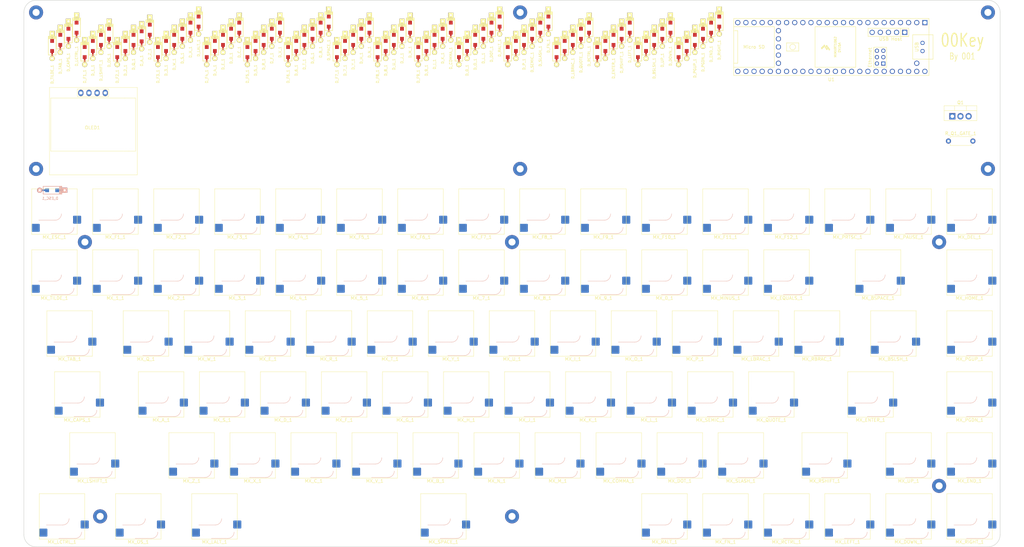
<source format=kicad_pcb>
(kicad_pcb (version 20221018) (generator pcbnew)
  (title_block (title "00Key") (date "2020-09-28") (rev "v001"))
  (layers (0 "F.Cu" signal) (31 "B.Cu" signal) (34 "B.Paste" user) (35 "F.Paste" user) (36 "B.SilkS" user "B.Silkscreen") (37 "F.SilkS" user "F.Silkscreen") (38 "B.Mask" user) (39 "F.Mask" user) (44 "Edge.Cuts" user))
  (net 0 "")
  (net 1 "row1")
  (net 2 "row3")
  (net 3 "row4")
  (net 4 "row2")
  (net 5 "row0")
  (net 6 "row5")
  (net 7 "LEDGND")
  (net 8 "col10")
  (net 9 "col1")
  (net 10 "col2")
  (net 11 "col3")
  (net 12 "col4")
  (net 13 "col5")
  (net 14 "col6")
  (net 15 "col7")
  (net 16 "col8")
  (net 17 "col9")
  (net 18 "col14")
  (net 19 "col0")
  (net 20 "col15")
  (net 21 "col13")
  (net 22 "col12")
  (net 23 "col11")
  (net 24 "3.3V")
  (net 25 "GND")
  (net 26 "OLEDSCL")
  (net 27 "OLEDSDA")
  (net 28 "LEDPWM")
  (net 29 "5V")
  (net 30 "Net-(D_0_1-A)")
  (net 31 "Net-(D_1_1-A)")
  (net 32 "Net-(D_2_1-A)")
  (net 33 "Net-(D_3_1-A)")
  (net 34 "Net-(D_4_1-A)")
  (net 35 "Net-(D_5_1-A)")
  (net 36 "Net-(D_6_1-A)")
  (net 37 "Net-(D_7_1-A)")
  (net 38 "Net-(D_8_1-A)")
  (net 39 "Net-(D_9_1-A)")
  (net 40 "Net-(D_A_1-A)")
  (net 41 "Net-(D_BSLSH_1-A)")
  (net 42 "Net-(D_BSPACE_1-A)")
  (net 43 "Net-(D_B_1-A)")
  (net 44 "Net-(D_CAPS_1-A)")
  (net 45 "Net-(D_COMMA_1-A)")
  (net 46 "Net-(D_C_1-A)")
  (net 47 "Net-(D_DEL_1-A)")
  (net 48 "Net-(D_DOT_1-A)")
  (net 49 "Net-(D_DOWN_1-A)")
  (net 50 "Net-(D_D_1-A)")
  (net 51 "Net-(D_END_1-A)")
  (net 52 "Net-(D_ENTER_1-A)")
  (net 53 "Net-(D_EQUALS_1-A)")
  (net 54 "Net-(D_ESC_1-A)")
  (net 55 "Net-(D_E_1-A)")
  (net 56 "Net-(D_F1_1-A)")
  (net 57 "Net-(D_F2_1-A)")
  (net 58 "Net-(D_F3_1-A)")
  (net 59 "Net-(D_F4_1-A)")
  (net 60 "Net-(D_F5_1-A)")
  (net 61 "Net-(D_F6_1-A)")
  (net 62 "Net-(D_F7_1-A)")
  (net 63 "Net-(D_F8_1-A)")
  (net 64 "Net-(D_F9_1-A)")
  (net 65 "Net-(D_F10_1-A)")
  (net 66 "Net-(D_F11_1-A)")
  (net 67 "Net-(D_F12_1-A)")
  (net 68 "Net-(D_FN_1-A)")
  (net 69 "Net-(D_F_1-A)")
  (net 70 "Net-(D_G_1-A)")
  (net 71 "Net-(D_HOME_1-A)")
  (net 72 "Net-(D_H_1-A)")
  (net 73 "Net-(D_I_1-A)")
  (net 74 "Net-(D_J_1-A)")
  (net 75 "Net-(D_K_1-A)")
  (net 76 "Net-(D_LALT_1-A)")
  (net 77 "Net-(D_LBRAC_1-A)")
  (net 78 "Net-(D_LCTRL_1-A)")
  (net 79 "Net-(D_LEFT_1-A)")
  (net 80 "Net-(D_LSHIFT_1-A)")
  (net 81 "Net-(D_L_1-A)")
  (net 82 "Net-(D_MINUS_1-A)")
  (net 83 "Net-(D_M_1-A)")
  (net 84 "Net-(D_N_1-A)")
  (net 85 "Net-(D_OS_1-A)")
  (net 86 "Net-(D_O_1-A)")
  (net 87 "Net-(D_PAUSE_1-A)")
  (net 88 "Net-(D_PGDN_1-A)")
  (net 89 "Net-(D_PGUP_1-A)")
  (net 90 "Net-(D_PRTSC_1-A)")
  (net 91 "Net-(D_P_1-A)")
  (net 92 "Net-(D_QUOTE_1-A)")
  (net 93 "Net-(D_Q_1-A)")
  (net 94 "Net-(D_RALT_1-A)")
  (net 95 "Net-(D_RBRAC_1-A)")
  (net 96 "Net-(D_RCTRL_1-A)")
  (net 97 "Net-(D_RIGHT_1-A)")
  (net 98 "Net-(D_RSHIFT_1-A)")
  (net 99 "Net-(D_R_1-A)")
  (net 100 "Net-(D_SEMIC_1-A)")
  (net 101 "Net-(D_SLASH_1-A)")
  (net 102 "Net-(D_SPACE_1-A)")
  (net 103 "Net-(D_S_1-A)")
  (net 104 "Net-(D_TAB_1-A)")
  (net 105 "Net-(D_TILDE_1-A)")
  (net 106 "Net-(D_T_1-A)")
  (net 107 "Net-(D_UP_1-A)")
  (net 108 "Net-(D_U_1-A)")
  (net 109 "Net-(D_V_1-A)")
  (net 110 "Net-(D_W_1-A)")
  (net 111 "Net-(D_X_1-A)")
  (net 112 "Net-(D_Y_1-A)")
  (net 113 "Net-(D_Z_1-A)")
  (footprint "MX:SW_Hotswap_Kailh_MX_1.00u" (layer "F.Cu") (at 306.388 125.412 180)
    (fp_text reference "MX_BSPACE_1")
    (fp_text value "SW_Hotswap_Kailh_MX")
  )
  (footprint "MX:SW_Hotswap_Kailh_MX_1.00u" (layer "F.Cu") (at 334.962 125.412 180)
    (fp_text reference "MX_HOME_1")
    (fp_text value "SW_Hotswap_Kailh_MX")
  )
  (footprint "MX:SW_Hotswap_Kailh_MX_1.00u" (layer "F.Cu") (at 53.975 144.462 180)
    (fp_text reference "MX_TAB_1")
    (fp_text value "SW_Hotswap_Kailh_MX")
  )
  (footprint "MX:SW_Hotswap_Kailh_MX_1.00u" (layer "F.Cu") (at 304.006 163.512 180)
    (fp_text reference "MX_ENTER_1")
    (fp_text value "SW_Hotswap_Kailh_MX")
  )
  (footprint "MX:SW_Hotswap_Kailh_MX_1.00u" (layer "F.Cu") (at 56.3562 163.512 180)
    (fp_text reference "MX_CAPS_1")
    (fp_text value "SW_Hotswap_Kailh_MX")
  )
  (footprint "MX:SW_Hotswap_Kailh_MX_1.00u" (layer "F.Cu") (at 289.719 182.562 180)
    (fp_text reference "MX_RSHIFT_1")
    (fp_text value "SW_Hotswap_Kailh_MX")
  )
  (footprint "MX:SW_Hotswap_Kailh_MX_1.00u" (layer "F.Cu") (at 334.962 201.612 180)
    (fp_text reference "MX_RIGHT_1")
    (fp_text value "SW_Hotswap_Kailh_MX")
  )
  (footprint "MX:SW_Hotswap_Kailh_MX_1.00u" (layer "F.Cu") (at 239.712 125.412 180)
    (fp_text reference "MX_0_1")
    (fp_text value "SW_Hotswap_Kailh_MX")
  )
  (footprint "MX:SW_Hotswap_Kailh_MX_1.00u" (layer "F.Cu") (at 68.2625 125.412 180)
    (fp_text reference "MX_1_1")
    (fp_text value "SW_Hotswap_Kailh_MX")
  )
  (footprint "MX:SW_Hotswap_Kailh_MX_1.00u" (layer "F.Cu") (at 87.3125 125.412 180)
    (fp_text reference "MX_2_1")
    (fp_text value "SW_Hotswap_Kailh_MX")
  )
  (footprint "MX:SW_Hotswap_Kailh_MX_1.00u" (layer "F.Cu") (at 106.362 125.412 180)
    (fp_text reference "MX_3_1")
    (fp_text value "SW_Hotswap_Kailh_MX")
  )
  (footprint "MX:SW_Hotswap_Kailh_MX_1.00u" (layer "F.Cu") (at 125.412 125.412 180)
    (fp_text reference "MX_4_1")
    (fp_text value "SW_Hotswap_Kailh_MX")
  )
  (footprint "MX:SW_Hotswap_Kailh_MX_1.00u" (layer "F.Cu") (at 144.462 125.412 180)
    (fp_text reference "MX_5_1")
    (fp_text value "SW_Hotswap_Kailh_MX")
  )
  (footprint "MX:SW_Hotswap_Kailh_MX_1.00u" (layer "F.Cu") (at 163.512 125.412 180)
    (fp_text reference "MX_6_1")
    (fp_text value "SW_Hotswap_Kailh_MX")
  )
  (footprint "MX:SW_Hotswap_Kailh_MX_1.00u" (layer "F.Cu") (at 182.562 125.412 180)
    (fp_text reference "MX_7_1")
    (fp_text value "SW_Hotswap_Kailh_MX")
  )
  (footprint "MX:SW_Hotswap_Kailh_MX_1.00u" (layer "F.Cu") (at 201.612 125.412 180)
    (fp_text reference "MX_8_1")
    (fp_text value "SW_Hotswap_Kailh_MX")
  )
  (footprint "MX:SW_Hotswap_Kailh_MX_1.00u" (layer "F.Cu") (at 220.662 125.412 180)
    (fp_text reference "MX_9_1")
    (fp_text value "SW_Hotswap_Kailh_MX")
  )
  (footprint "MX:SW_Hotswap_Kailh_MX_1.00u" (layer "F.Cu") (at 82.55 163.512 180)
    (fp_text reference "MX_A_1")
    (fp_text value "SW_Hotswap_Kailh_MX")
  )
  (footprint "MX:SW_Hotswap_Kailh_MX_1.00u" (layer "F.Cu") (at 168.275 182.562 180)
    (fp_text reference "MX_B_1")
    (fp_text value "SW_Hotswap_Kailh_MX")
  )
  (footprint "MX:SW_Hotswap_Kailh_MX_1.00u" (layer "F.Cu") (at 311.15 144.462 180)
    (fp_text reference "MX_BSLSH_1")
    (fp_text value "SW_Hotswap_Kailh_MX")
  )
  (footprint "MX:SW_Hotswap_Kailh_MX_1.00u" (layer "F.Cu") (at 130.175 182.562 180)
    (fp_text reference "MX_C_1")
    (fp_text value "SW_Hotswap_Kailh_MX")
  )
  (footprint "MX:SW_Hotswap_Kailh_MX_1.00u" (layer "F.Cu") (at 225.425 182.562 180)
    (fp_text reference "MX_COMMA_1")
    (fp_text value "SW_Hotswap_Kailh_MX")
  )
  (footprint "MX:SW_Hotswap_Kailh_MX_1.00u" (layer "F.Cu") (at 120.65 163.512 180)
    (fp_text reference "MX_D_1")
    (fp_text value "SW_Hotswap_Kailh_MX")
  )
  (footprint "MX:SW_Hotswap_Kailh_MX_1.00u" (layer "F.Cu") (at 334.962 106.362 180)
    (fp_text reference "MX_DEL_1")
    (fp_text value "SW_Hotswap_Kailh_MX")
  )
  (footprint "MX:SW_Hotswap_Kailh_MX_1.00u" (layer "F.Cu") (at 244.475 182.562 180)
    (fp_text reference "MX_DOT_1")
    (fp_text value "SW_Hotswap_Kailh_MX")
  )
  (footprint "MX:SW_Hotswap_Kailh_MX_1.00u" (layer "F.Cu") (at 315.912 201.612 180)
    (fp_text reference "MX_DOWN_1")
    (fp_text value "SW_Hotswap_Kailh_MX")
  )
  (footprint "MX:SW_Hotswap_Kailh_MX_1.00u" (layer "F.Cu") (at 115.888 144.462 180)
    (fp_text reference "MX_E_1")
    (fp_text value "SW_Hotswap_Kailh_MX")
  )
  (footprint "MX:SW_Hotswap_Kailh_MX_1.00u" (layer "F.Cu") (at 334.962 182.562 180)
    (fp_text reference "MX_END_1")
    (fp_text value "SW_Hotswap_Kailh_MX")
  )
  (footprint "MX:SW_Hotswap_Kailh_MX_1.00u" (layer "F.Cu") (at 277.812 125.412 180)
    (fp_text reference "MX_EQUALS_1")
    (fp_text value "SW_Hotswap_Kailh_MX")
  )
  (footprint "MX:SW_Hotswap_Kailh_MX_1.00u" (layer "F.Cu") (at 239.712 106.362 180)
    (fp_text reference "MX_F10_1")
    (fp_text value "SW_Hotswap_Kailh_MX")
  )
  (footprint "MX:SW_Hotswap_Kailh_MX_1.00u" (layer "F.Cu") (at 258.762 106.362 180)
    (fp_text reference "MX_F11_1")
    (fp_text value "SW_Hotswap_Kailh_MX")
  )
  (footprint "MX:SW_Hotswap_Kailh_MX_1.00u" (layer "F.Cu") (at 68.2625 106.362 180)
    (fp_text reference "MX_F1_1")
    (fp_text value "SW_Hotswap_Kailh_MX")
  )
  (footprint "MX:SW_Hotswap_Kailh_MX_1.00u" (layer "F.Cu") (at 87.3125 106.362 180)
    (fp_text reference "MX_F2_1")
    (fp_text value "SW_Hotswap_Kailh_MX")
  )
  (footprint "MX:SW_Hotswap_Kailh_MX_1.00u" (layer "F.Cu") (at 106.362 106.362 180)
    (fp_text reference "MX_F3_1")
    (fp_text value "SW_Hotswap_Kailh_MX")
  )
  (footprint "MX:SW_Hotswap_Kailh_MX_1.00u" (layer "F.Cu") (at 125.412 106.362 180)
    (fp_text reference "MX_F4_1")
    (fp_text value "SW_Hotswap_Kailh_MX")
  )
  (footprint "MX:SW_Hotswap_Kailh_MX_1.00u" (layer "F.Cu") (at 144.462 106.362 180)
    (fp_text reference "MX_F5_1")
    (fp_text value "SW_Hotswap_Kailh_MX")
  )
  (footprint "MX:SW_Hotswap_Kailh_MX_1.00u" (layer "F.Cu") (at 163.512 106.362 180)
    (fp_text reference "MX_F6_1")
    (fp_text value "SW_Hotswap_Kailh_MX")
  )
  (footprint "MX:SW_Hotswap_Kailh_MX_1.00u" (layer "F.Cu") (at 182.562 106.362 180)
    (fp_text reference "MX_F7_1")
    (fp_text value "SW_Hotswap_Kailh_MX")
  )
  (footprint "MX:SW_Hotswap_Kailh_MX_1.00u" (layer "F.Cu") (at 201.612 106.362 180)
    (fp_text reference "MX_F8_1")
    (fp_text value "SW_Hotswap_Kailh_MX")
  )
  (footprint "MX:SW_Hotswap_Kailh_MX_1.00u" (layer "F.Cu") (at 220.662 106.362 180)
    (fp_text reference "MX_F9_1")
    (fp_text value "SW_Hotswap_Kailh_MX")
  )
  (footprint "MX:SW_Hotswap_Kailh_MX_1.00u" (layer "F.Cu") (at 139.7 163.512 180)
    (fp_text reference "MX_F_1")
    (fp_text value "SW_Hotswap_Kailh_MX")
  )
  (footprint "MX:SW_Hotswap_Kailh_MX_1.00u" (layer "F.Cu") (at 258.762 201.612 180)
    (fp_text reference "MX_FN_1")
    (fp_text value "SW_Hotswap_Kailh_MX")
  )
  (footprint "MX:SW_Hotswap_Kailh_MX_1.00u" (layer "F.Cu") (at 158.75 163.512 180)
    (fp_text reference "MX_G_1")
    (fp_text value "SW_Hotswap_Kailh_MX")
  )
  (footprint "MX:SW_Hotswap_Kailh_MX_1.00u" (layer "F.Cu") (at 177.8 163.512 180)
    (fp_text reference "MX_H_1")
    (fp_text value "SW_Hotswap_Kailh_MX")
  )
  (footprint "MX:SW_Hotswap_Kailh_MX_1.00u" (layer "F.Cu") (at 211.138 144.462 180)
    (fp_text reference "MX_I_1")
    (fp_text value "SW_Hotswap_Kailh_MX")
  )
  (footprint "MX:SW_Hotswap_Kailh_MX_1.00u" (layer "F.Cu") (at 196.85 163.512 180)
    (fp_text reference "MX_J_1")
    (fp_text value "SW_Hotswap_Kailh_MX")
  )
  (footprint "MX:SW_Hotswap_Kailh_MX_1.00u" (layer "F.Cu") (at 215.9 163.512 180)
    (fp_text reference "MX_K_1")
    (fp_text value "SW_Hotswap_Kailh_MX")
  )
  (footprint "MX:SW_Hotswap_Kailh_MX_1.00u" (layer "F.Cu") (at 234.95 163.512 180)
    (fp_text reference "MX_L_1")
    (fp_text value "SW_Hotswap_Kailh_MX")
  )
  (footprint "MX:SW_Hotswap_Kailh_MX_1.00u" (layer "F.Cu") (at 99.2188 201.612 180)
    (fp_text reference "MX_LALT_1")
    (fp_text value "SW_Hotswap_Kailh_MX")
  )
  (footprint "MX:SW_Hotswap_Kailh_MX_1.00u" (layer "F.Cu") (at 268.288 144.462 180)
    (fp_text reference "MX_LBRAC_1")
    (fp_text value "SW_Hotswap_Kailh_MX")
  )
  (footprint "MX:SW_Hotswap_Kailh_MX_1.00u" (layer "F.Cu") (at 296.862 201.612 180)
    (fp_text reference "MX_LEFT_1")
    (fp_text value "SW_Hotswap_Kailh_MX")
  )
  (footprint "MX:SW_Hotswap_Kailh_MX_1.00u" (layer "F.Cu") (at 61.1188 182.562 180)
    (fp_text reference "MX_LSHIFT_1")
    (fp_text value "SW_Hotswap_Kailh_MX")
  )
  (footprint "MX:SW_Hotswap_Kailh_MX_1.00u" (layer "F.Cu") (at 206.375 182.562 180)
    (fp_text reference "MX_M_1")
    (fp_text value "SW_Hotswap_Kailh_MX")
  )
  (footprint "MX:SW_Hotswap_Kailh_MX_1.00u" (layer "F.Cu") (at 258.762 125.412 180)
    (fp_text reference "MX_MINUS_1")
    (fp_text value "SW_Hotswap_Kailh_MX")
  )
  (footprint "MX:SW_Hotswap_Kailh_MX_1.00u" (layer "F.Cu") (at 187.325 182.562 180)
    (fp_text reference "MX_N_1")
    (fp_text value "SW_Hotswap_Kailh_MX")
  )
  (footprint "MX:SW_Hotswap_Kailh_MX_1.00u" (layer "F.Cu") (at 230.188 144.462 180)
    (fp_text reference "MX_O_1")
    (fp_text value "SW_Hotswap_Kailh_MX")
  )
  (footprint "MX:SW_Hotswap_Kailh_MX_1.00u" (layer "F.Cu") (at 75.4062 201.612 180)
    (fp_text reference "MX_OS_1")
    (fp_text value "SW_Hotswap_Kailh_MX")
  )
  (footprint "MX:SW_Hotswap_Kailh_MX_1.00u" (layer "F.Cu") (at 249.238 144.462 180)
    (fp_text reference "MX_P_1")
    (fp_text value "SW_Hotswap_Kailh_MX")
  )
  (footprint "MX:SW_Hotswap_Kailh_MX_1.00u" (layer "F.Cu") (at 315.912 106.362 180)
    (fp_text reference "MX_PAUSE_1")
    (fp_text value "SW_Hotswap_Kailh_MX")
  )
  (footprint "MX:SW_Hotswap_Kailh_MX_1.00u" (layer "F.Cu") (at 334.962 163.512 180)
    (fp_text reference "MX_PGDN_1")
    (fp_text value "SW_Hotswap_Kailh_MX")
  )
  (footprint "MX:SW_Hotswap_Kailh_MX_1.00u" (layer "F.Cu") (at 334.962 144.462 180)
    (fp_text reference "MX_PGUP_1")
    (fp_text value "SW_Hotswap_Kailh_MX")
  )
  (footprint "MX:SW_Hotswap_Kailh_MX_1.00u" (layer "F.Cu") (at 296.862 106.362 180)
    (fp_text reference "MX_PRTSC_1")
    (fp_text value "SW_Hotswap_Kailh_MX")
  )
  (footprint "MX:SW_Hotswap_Kailh_MX_1.00u" (layer "F.Cu") (at 77.7875 144.462 180)
    (fp_text reference "MX_Q_1")
    (fp_text value "SW_Hotswap_Kailh_MX")
  )
  (footprint "MX:SW_Hotswap_Kailh_MX_1.00u" (layer "F.Cu") (at 273.05 163.512 180)
    (fp_text reference "MX_QUOTE_1")
    (fp_text value "SW_Hotswap_Kailh_MX")
  )
  (footprint "MX:SW_Hotswap_Kailh_MX_1.00u" (layer "F.Cu") (at 134.938 144.462 180)
    (fp_text reference "MX_R_1")
    (fp_text value "SW_Hotswap_Kailh_MX")
  )
  (footprint "MX:SW_Hotswap_Kailh_MX_1.00u" (layer "F.Cu") (at 239.712 201.612 180)
    (fp_text reference "MX_RALT_1")
    (fp_text value "SW_Hotswap_Kailh_MX")
  )
  (footprint "MX:SW_Hotswap_Kailh_MX_1.00u" (layer "F.Cu") (at 287.338 144.462 180)
    (fp_text reference "MX_RBRAC_1")
    (fp_text value "SW_Hotswap_Kailh_MX")
  )
  (footprint "MX:SW_Hotswap_Kailh_MX_1.00u" (layer "F.Cu") (at 277.812 201.612 180)
    (fp_text reference "MX_RCTRL_1")
    (fp_text value "SW_Hotswap_Kailh_MX")
  )
  (footprint "MX:SW_Hotswap_Kailh_MX_1.00u" (layer "F.Cu") (at 101.6 163.512 180)
    (fp_text reference "MX_S_1")
    (fp_text value "SW_Hotswap_Kailh_MX")
  )
  (footprint "MX:SW_Hotswap_Kailh_MX_1.00u" (layer "F.Cu") (at 254 163.512 180)
    (fp_text reference "MX_SEMIC_1")
    (fp_text value "SW_Hotswap_Kailh_MX")
  )
  (footprint "MX:SW_Hotswap_Kailh_MX_1.00u" (layer "F.Cu") (at 263.525 182.562 180)
    (fp_text reference "MX_SLASH_1")
    (fp_text value "SW_Hotswap_Kailh_MX")
  )
  (footprint "MX:SW_Hotswap_Kailh_MX_1.00u" (layer "F.Cu") (at 170.656 201.612 180)
    (fp_text reference "MX_SPACE_1")
    (fp_text value "SW_Hotswap_Kailh_MX")
  )
  (footprint "MX:SW_Hotswap_Kailh_MX_1.00u" (layer "F.Cu") (at 153.988 144.462 180)
    (fp_text reference "MX_T_1")
    (fp_text value "SW_Hotswap_Kailh_MX")
  )
  (footprint "MX:SW_Hotswap_Kailh_MX_1.00u" (layer "F.Cu") (at 49.2125 125.412 180)
    (fp_text reference "MX_TILDE_1")
    (fp_text value "SW_Hotswap_Kailh_MX")
  )
  (footprint "MX:SW_Hotswap_Kailh_MX_1.00u" (layer "F.Cu") (at 192.088 144.462 180)
    (fp_text reference "MX_U_1")
    (fp_text value "SW_Hotswap_Kailh_MX")
  )
  (footprint "MX:SW_Hotswap_Kailh_MX_1.00u" (layer "F.Cu") (at 315.912 182.562 180)
    (fp_text reference "MX_UP_1")
    (fp_text value "SW_Hotswap_Kailh_MX")
  )
  (footprint "MX:SW_Hotswap_Kailh_MX_1.00u" (layer "F.Cu") (at 149.225 182.562 180)
    (fp_text reference "MX_V_1")
    (fp_text value "SW_Hotswap_Kailh_MX")
  )
  (footprint "MX:SW_Hotswap_Kailh_MX_1.00u" (layer "F.Cu") (at 96.8375 144.462 180)
    (fp_text reference "MX_W_1")
    (fp_text value "SW_Hotswap_Kailh_MX")
  )
  (footprint "MX:SW_Hotswap_Kailh_MX_1.00u" (layer "F.Cu") (at 111.125 182.562 180)
    (fp_text reference "MX_X_1")
    (fp_text value "SW_Hotswap_Kailh_MX")
  )
  (footprint "MX:SW_Hotswap_Kailh_MX_1.00u" (layer "F.Cu") (at 173.038 144.462 180)
    (fp_text reference "MX_Y_1")
    (fp_text value "SW_Hotswap_Kailh_MX")
  )
  (footprint "MX:SW_Hotswap_Kailh_MX_1.00u" (layer "F.Cu") (at 92.075 182.562 180)
    (fp_text reference "MX_Z_1")
    (fp_text value "SW_Hotswap_Kailh_MX")
  )
  (footprint "MX:SW_Hotswap_Kailh_MX_1.00u" (layer "F.Cu") (at 49.2125 106.362 180)
    (fp_text reference "MX_ESC_1")
    (fp_text value "SW_Hotswap_Kailh_MX")
  )
  (footprint "MX:SW_Hotswap_Kailh_MX_1.00u" (layer "F.Cu") (at 277.812 106.362 180)
    (fp_text reference "MX_F12_1")
    (fp_text value "SW_Hotswap_Kailh_MX")
  )
  (footprint "MountingHole:MountingHole_2.2mm_M2_Pad" (layer "F.Cu") (at 43.4975 93.0275)
    (fp_text reference "H_PLATE_BL" hide)
    (fp_text value "MountingHole_2.2mm_M2_Pad")
  )
  (footprint "MountingHole:MountingHole_2.2mm_M2_Pad" (layer "F.Cu") (at 340.678 93.0275)
    (fp_text reference "H_PLATE_BR" hide)
    (fp_text value "MountingHole_2.2mm_M2_Pad")
  )
  (footprint "MountingHole:MountingHole_2.2mm_M2_Pad" (layer "F.Cu") (at 340.678 44.1325)
    (fp_text reference "H_PLATE_TR" hide)
    (fp_text value "MountingHole_2.2mm_M2_Pad")
  )
  (footprint "parts:D_SOD123_axial" (layer "F.Cu") (at 106.934 48.895 -90)
    (fp_text reference "D_C_1")
    (fp_text value "D" hide)
  )
  (footprint "parts:D_SOD123_axial" (layer "F.Cu") (at 244.094 56.515 -90)
    (fp_text reference "D_DEL_1" hide)
    (fp_text value "D" hide)
  )
  (footprint "parts:D_SOD123_axial" (layer "F.Cu") (at 175.514 56.515 -90)
    (fp_text reference "D_F10_1" hide)
    (fp_text value "D" hide)
  )
  (footprint "parts:D_SOD123_axial" (layer "F.Cu") (at 205.994 56.515 -90)
    (fp_text reference "D_F12_1" hide)
    (fp_text value "D" hide)
  )
  (footprint "parts:D_SOD123_axial" (layer "F.Cu") (at 61.214 54.61 -90)
    (fp_text reference "D_1_1")
    (fp_text value "D" hide)
  )
  (footprint "parts:D_SOD123_axial" (layer "F.Cu") (at 84.074 54.61 -90)
    (fp_text reference "D_3_1")
    (fp_text value "D" hide)
  )
  (footprint "parts:D_SOD123_axial" (layer "F.Cu") (at 233.934 54.61 -90)
    (fp_text reference "D_BSPACE_1" hide)
    (fp_text value "D" hide)
  )
  (footprint "parts:D_SOD123_axial" (layer "F.Cu") (at 99.314 54.61 -90)
    (fp_text reference "D_4_1")
    (fp_text value "D" hide)
  )
  (footprint "parts:D_SOD123_axial" (layer "F.Cu") (at 112.014 54.61 -90)
    (fp_text reference "D_5_1")
    (fp_text value "D" hide)
  )
  (footprint "parts:D_SOD123_axial" (layer "F.Cu") (at 132.334 48.895 -90)
    (fp_text reference "D_B_1")
    (fp_text value "D" hide)
  )
  (footprint "parts:D_SOD123_axial" (layer "F.Cu") (at 58.674 56.515 -90)
    (fp_text reference "D_F1_1")
    (fp_text value "D" hide)
  )
  (footprint "parts:D_SOD123_axial" (layer "F.Cu") (at 68.834 56.515 -90)
    (fp_text reference "D_F2_1")
    (fp_text value "D" hide)
  )
  (footprint "parts:D_SOD123_axial" (layer "F.Cu") (at 208.534 54.61 -90)
    (fp_text reference "D_EQUALS_1" hide)
    (fp_text value "D" hide)
  )
  (footprint "parts:D_SOD123_axial" (layer "F.Cu") (at 165.354 54.61 -90)
    (fp_text reference "D_9_1")
    (fp_text value "D" hide)
  )
  (footprint "parts:D_SOD123_axial" (layer "F.Cu") (at 124.714 54.61 -90)
    (fp_text reference "D_6_1")
    (fp_text value "D" hide)
  )
  (footprint "parts:D_SOD123_axial" (layer "F.Cu") (at 236.474 52.705 -90)
    (fp_text reference "D_BSLSH_1")
    (fp_text value "D" hide)
  )
  (footprint "parts:D_SOD123_axial" (layer "F.Cu") (at 104.394 50.8 -90)
    (fp_text reference "D_D_1")
    (fp_text value "D" hide)
  )
  (footprint "parts:D_SOD123_axial" (layer "F.Cu") (at 172.974 48.895 -90)
    (fp_text reference "D_COMMA_1")
    (fp_text value "D" hide)
  )
  (footprint "parts:D_SOD123_axial" (layer "F.Cu") (at 185.674 48.895 -90)
    (fp_text reference "D_DOT_1")
    (fp_text value "D" hide)
  )
  (footprint "parts:D_SOD123_axial" (layer "F.Cu") (at 241.554 48.895 -90)
    (fp_text reference "D_DOWN_1")
    (fp_text value "D" hide)
  )
  (footprint "parts:D_SOD123_axial" (layer "F.Cu") (at 223.774 52.705 -90)
    (fp_text reference "D_ENTER_1")
    (fp_text value "D" hide)
  )
  (footprint "parts:D_SOD123_axial" (layer "F.Cu") (at 101.854 52.705 -90)
    (fp_text reference "D_E_1")
    (fp_text value "D" hide)
  )
  (footprint "parts:D_SOD123_axial" (layer "F.Cu") (at 178.054 54.61 -90)
    (fp_text reference "D_0_1")
    (fp_text value "D" hide)
  )
  (footprint "parts:D_SOD123_axial" (layer "F.Cu") (at 71.374 54.61 -90)
    (fp_text reference "D_2_1")
    (fp_text value "D" hide)
  )
  (footprint "parts:D_SOD123_axial" (layer "F.Cu") (at 152.654 54.61 -90)
    (fp_text reference "D_8_1")
    (fp_text value "D" hide)
  )
  (footprint "parts:D_SOD123_axial" (layer "F.Cu") (at 76.454 51.595 -90)
    (fp_text reference "D_A_1")
    (fp_text value "D" hide)
  )
  (footprint "parts:D_SOD123_axial" (layer "F.Cu") (at 254.254 48.895 -90)
    (fp_text reference "D_END_1")
    (fp_text value "D" hide)
  )
  (footprint "parts:D_SOD123_axial" (layer "F.Cu") (at 139.954 54.61 -90)
    (fp_text reference "D_7_1")
    (fp_text value "D" hide)
  )
  (footprint "parts:D_SOD123_axial" (layer "F.Cu") (at 53.594 50.8 -90)
    (fp_text reference "D_CAPS_1")
    (fp_text value "D" hide)
  )
  (footprint "parts:D_SOD123_axial" (layer "F.Cu") (at 190.754 56.515 -90)
    (fp_text reference "D_F11_1" hide)
    (fp_text value "D" hide)
  )
  (footprint "parts:D_SOD123_axial" (layer "F.Cu") (at 137.414 56.515 -90)
    (fp_text reference "D_F7_1")
    (fp_text value "D" hide)
  )
  (footprint "parts:D_SOD123_axial" (layer "F.Cu") (at 193.294 54.61 -90)
    (fp_text reference "D_MINUS_1" hide)
    (fp_text value "D" hide)
  )
  (footprint "parts:D_SOD123_axial" (layer "F.Cu") (at 180.594 52.705 -90)
    (fp_text reference "D_O_1")
    (fp_text value "D" hide)
  )
  (footprint "parts:D_SOD123_axial" (layer "F.Cu") (at 216.154 48.895 -90)
    (fp_text reference "D_RCTRL_1")
    (fp_text value "D" hide)
  )
  (footprint "parts:D_SOD123_axial" (layer "F.Cu") (at 157.734 50.8 -90)
    (fp_text reference "D_J_1")
    (fp_text value "D" hide)
  )
  (footprint "parts:D_SOD123_axial" (layer "F.Cu") (at 145.034 50.8 -90)
    (fp_text reference "D_H_1")
    (fp_text value "D" hide)
  )
  (footprint "parts:D_SOD123_axial" (layer "F.Cu") (at 150.114 56.515 -90)
    (fp_text reference "D_F8_1")
    (fp_text value "D" hide)
  )
  (footprint "parts:D_SOD123_axial" (layer "F.Cu") (at 162.814 56.515 -90)
    (fp_text reference "D_F9_1")
    (fp_text value "D" hide)
  )
  (footprint "parts:D_SOD123_axial" (layer "F.Cu") (at 203.454 46.99 -90)
    (fp_text reference "D_FN_1")
    (fp_text value "D" hide)
  )
  (footprint "parts:D_SOD123_axial" (layer "F.Cu") (at 129.794 50.8 -90)
    (fp_text reference "D_G_1")
    (fp_text value "D" hide)
  )
  (footprint "parts:D_SOD123_axial" (layer "F.Cu") (at 213.614 50.8 -90)
    (fp_text reference "D_QUOTE_1")
    (fp_text value "D" hide)
  )
  (footprint "parts:D_SOD123_axial" (layer "F.Cu") (at 195.834 52.705 -90)
    (fp_text reference "D_P_1")
    (fp_text value "D" hide)
  )
  (footprint "parts:D_SOD123_axial" (layer "F.Cu") (at 246.634 54.61 -90)
    (fp_text reference "D_HOME_1" hide)
    (fp_text value "D" hide)
  )
  (footprint "parts:D_SOD123_axial" (layer "F.Cu") (at 167.894 52.705 -90)
    (fp_text reference "D_I_1")
    (fp_text value "D" hide)
  )
  (footprint "parts:D_SOD123_axial" (layer "F.Cu") (at 211.074 52.705 -90)
    (fp_text reference "D_LBRAC_1")
    (fp_text value "D" hide)
  )
  (footprint "parts:D_SOD123_axial" (layer "F.Cu") (at 56.134 48.895 -90)
    (fp_text reference "D_LCTRL_1")
    (fp_text value "D" hide)
  )
  (footprint "parts:D_SOD123_axial" (layer "F.Cu") (at 170.434 50.8 -90)
    (fp_text reference "D_K_1")
    (fp_text value "D" hide)
  )
  (footprint "parts:D_SOD123_axial" (layer "F.Cu") (at 231.394 56.515 -90)
    (fp_text reference "D_PAUSE_1" hide)
    (fp_text value "D" hide)
  )
  (footprint "parts:D_SOD123_axial" (layer "F.Cu") (at 183.134 50.8 -90)
    (fp_text reference "D_L_1")
    (fp_text value "D" hide)
  )
  (footprint "parts:D_SOD123_axial" (layer "F.Cu") (at 94.234 46.99 -90)
    (fp_text reference "D_LALT_1")
    (fp_text value "D" hide)
  )
  (footprint "parts:D_SOD123_axial" (layer "F.Cu") (at 228.854 48.895 -90)
    (fp_text reference "D_LEFT_1")
    (fp_text value "D" hide)
  )
  (footprint "parts:D_SOD123_axial" (layer "F.Cu") (at 160.274 48.895 -90)
    (fp_text reference "D_M_1")
    (fp_text value "D" hide)
  )
  (footprint "parts:D_SOD123_axial" (layer "F.Cu") (at 73.914 52.705 -90)
    (fp_text reference "D_Q_1")
    (fp_text value "D" hide)
  )
  (footprint "parts:D_SOD123_axial" (layer "F.Cu") (at 188.214 46.99 -90)
    (fp_text reference "D_RALT_1")
    (fp_text value "D" hide)
  )
  (footprint "parts:D_SOD123_axial" (layer "F.Cu") (at 249.174 52.705 -90)
    (fp_text reference "D_PGUP_1")
    (fp_text value "D" hide)
  )
  (footprint "parts:D_SOD123_axial" (layer "F.Cu") (at 218.694 56.515 -90)
    (fp_text reference "D_PRTSC_1" hide)
    (fp_text value "D" hide)
  )
  (footprint "parts:D_SOD123_axial" (layer "F.Cu") (at 147.574 48.895 -90)
    (fp_text reference "D_N_1")
    (fp_text value "D" hide)
  )
  (footprint "parts:D_SOD123_axial" (layer "F.Cu") (at 117.094 50.8 -90)
    (fp_text reference "D_F_1")
    (fp_text value "D" hide)
  )
  (footprint "parts:D_SOD123_axial" (layer "F.Cu") (at 221.234 54.61 -90)
    (fp_text reference "D_RBRAC_1" hide)
    (fp_text value "D" hide)
  )
  (footprint "parts:D_SOD123_axial" (layer "F.Cu") (at 66.294 50.8 -90)
    (fp_text reference "D_OS_1")
    (fp_text value "D" hide)
  )
  (footprint "parts:D_SOD123_axial" (layer "F.Cu") (at 251.714 50.8 -90)
    (fp_text reference "D_PGDN_1")
    (fp_text value "D" hide)
  )
  (footprint "parts:D_SOD123_axial" (layer "F.Cu") (at 81.534 56.515 -90)
    (fp_text reference "D_F3_1")
    (fp_text value "D" hide)
  )
  (footprint "parts:D_SOD123_axial" (layer "F.Cu") (at 114.554 52.705 -90)
    (fp_text reference "D_R_1")
    (fp_text value "D" hide)
  )
  (footprint "parts:D_SOD123_axial" (layer "F.Cu") (at 96.774 56.515 -90)
    (fp_text reference "D_F4_1")
    (fp_text value "D" hide)
  )
  (footprint "parts:D_SOD123_axial" (layer "F.Cu") (at 109.474 56.515 -90)
    (fp_text reference "D_F5_1")
    (fp_text value "D" hide)
  )
  (footprint "parts:D_SOD123_axial" (layer "F.Cu") (at 122.174 56.515 -90)
    (fp_text reference "D_F6_1")
    (fp_text value "D" hide)
  )
  (footprint "parts:D_SOD123_axial" (layer "F.Cu") (at 119.634 48.895 -90)
    (fp_text reference "D_V_1")
    (fp_text value "D" hide)
  )
  (footprint "parts:D_SOD123_axial" (layer "F.Cu") (at 86.614 52.705 -90)
    (fp_text reference "D_W_1")
    (fp_text value "D" hide)
  )
  (footprint "parts:D_SOD123_axial" (layer "F.Cu") (at 91.694 48.895 -90)
    (fp_text reference "D_X_1")
    (fp_text value "D" hide)
  )
  (footprint "parts:D_SOD123_axial" (layer "F.Cu") (at 256.794 46.99 -90)
    (fp_text reference "D_RIGHT_1")
    (fp_text value "D" hide)
  )
  (footprint "parts:D_SOD123_axial" (layer "F.Cu") (at 226.314 50.8 -90)
    (fp_text reference "D_RSHIFT_1")
    (fp_text value "D" hide)
  )
  (footprint "parts:D_SOD123_axial" (layer "F.Cu") (at 48.514 54.61 -90)
    (fp_text reference "D_TILDE_1")
    (fp_text value "D" hide)
  )
  (footprint "parts:D_SOD123_axial" (layer "F.Cu") (at 200.914 48.895 -90)
    (fp_text reference "D_SLASH_1")
    (fp_text value "D" hide)
  )
  (footprint "parts:D_SOD123_axial" (layer "F.Cu") (at 89.154 50.8 -90)
    (fp_text reference "D_S_1")
    (fp_text value "D" hide)
  )
  (footprint "parts:D_SOD123_axial" (layer "F.Cu") (at 198.374 50.8 -90)
    (fp_text reference "D_SEMIC_1")
    (fp_text value "D" hide)
  )
  (footprint "parts:D_SOD123_axial" (layer "F.Cu") (at 78.994 49.53 -90)
    (fp_text reference "D_Z_1")
    (fp_text value "D" hide)
  )
  (footprint "parts:D_SOD123_axial" (layer "F.Cu") (at 134.874 46.99 -90)
    (fp_text reference "D_SPACE_1")
    (fp_text value "D" hide)
  )
  (footprint "parts:D_SOD123_axial" (layer "F.Cu") (at 127.254 52.705 -90)
    (fp_text reference "D_T_1")
    (fp_text value "D" hide)
  )
  (footprint "parts:D_SOD123_axial" (layer "F.Cu") (at 142.494 52.705 -90)
    (fp_text reference "D_Y_1")
    (fp_text value "D" hide)
  )
  (footprint "parts:D_SOD123_axial" (layer "F.Cu") (at 51.054 52.705 -90)
    (fp_text reference "D_TAB_1")
    (fp_text value "D" hide)
  )
  (footprint "parts:D_SOD123_axial" (layer "F.Cu") (at 155.194 52.705 -90)
    (fp_text reference "D_U_1")
    (fp_text value "D" hide)
  )
  (footprint "parts:D_SOD123_axial" (layer "F.Cu") (at 239.014 50.8 -90)
    (fp_text reference "D_UP_1")
    (fp_text value "D" hide)
  )
  (footprint "teensy:Teensy41" (layer "F.Cu") (at 291.782 54.9275 180)
    (fp_text reference "U1")
    (fp_text value "Teensy4.1")
  )
  (footprint "parts:D_SOD123_axial" (layer "F.Cu") (at 63.754 52.705 -90)
    (fp_text reference "D_LSHIFT_1")
    (fp_text value "D" hide)
  )
  (footprint "Resistor_THT:R_Axial_DIN0207_L6.3mm_D2.5mm_P7.62mm_Horizontal" (layer "F.Cu") (at 328.358 84.328)
    (fp_text reference "R_Q1_GATE_1")
    (fp_text value "10K")
  )
  (footprint "Package_TO_SOT_THT:TO-220-3_Vertical" (layer "F.Cu") (at 329.565 76.581)
    (fp_text reference "Q1")
    (fp_text value "IRLZ44N")
  )
  (footprint "MountingHole:MountingHole_2.2mm_M2_Pad" (layer "F.Cu") (at 43.4975 44.1325)
    (fp_text reference "H_PLATE_TL" hide)
    (fp_text value "MountingHole_2.2mm_M2_Pad")
  )
  (footprint "oled:128x64OLED" (layer "F.Cu") (at 61.087 79.883)
    (fp_text reference "OLED1")
    (fp_text value "SSD1306")
  )
  (footprint "MountingHole:MountingHole_2.2mm_M2_Pad" (layer "F.Cu") (at 194.628 44.1325)
    (fp_text reference "H_PLATE_TM" hide)
    (fp_text value "MountingHole_2.2mm_M2_Pad")
  )
  (footprint "MountingHole:MountingHole_2.2mm_M2_Pad" (layer "F.Cu") (at 194.628 93.0275)
    (fp_text reference "H_PLATE_MB" hide)
    (fp_text value "MountingHole_2.2mm_M2_Pad")
  )
  (footprint "MountingHole:MountingHole_2.2mm_M2_Pad" (layer "F.Cu") (at 58.7375 115.888)
    (fp_text reference "H_KEYS_TL" hide)
    (fp_text value "MountingHole_2.2mm_M2_Pad")
  )
  (footprint "MountingHole:MountingHole_2.2mm_M2_Pad" (layer "F.Cu") (at 192.088 115.888)
    (fp_text reference "H_KEYS_TM" hide)
    (fp_text value "MountingHole_2.2mm_M2_Pad")
  )
  (footprint "MountingHole:MountingHole_2.2mm_M2_Pad" (layer "F.Cu") (at 325.438 115.888)
    (fp_text reference "H_KEYS_TR" hide)
    (fp_text value "MountingHole_2.2mm_M2_Pad")
  )
  (footprint "MountingHole:MountingHole_2.2mm_M2_Pad" (layer "F.Cu") (at 325.438 192.088)
    (fp_text reference "H_KEYS_BR" hide)
    (fp_text value "MountingHole_2.2mm_M2_Pad")
  )
  (footprint "MountingHole:MountingHole_2.2mm_M2_Pad" (layer "F.Cu") (at 192.088 201.612)
    (fp_text reference "H_KEYS_BM" hide)
    (fp_text value "MountingHole_2.2mm_M2_Pad")
  )
  (footprint "MX:SW_Hotswap_Kailh_MX_1.00u" (layer "F.Cu") (at 51.5938 201.612 180)
    (fp_text reference "MX_LCTRL_1")
    (fp_text value "SW_Hotswap_Kailh_MX")
  )
  (footprint "MountingHole:MountingHole_2.2mm_M2_Pad" (layer "F.Cu") (at 63.5 201.612)
    (fp_text reference "H_KEYS_BL" hide)
    (fp_text value "MountingHole_2.2mm_M2_Pad")
  )
  (footprint "parts:D_SOD123_axial" (layer "B.Cu") (at 48.514 99.695 180)
    (fp_text reference "D_ESC_1")
    (fp_text value "D" hide)
  )
  (gr_line (start 43.4975 40.3225) (end 340.6775 40.3225) (stroke (width 0.15)) (layer "Edge.Cuts"))
  (gr_line (start 39.6875 44.1325) (end 39.6875 207.3275) (stroke (width 0.15)) (layer "Edge.Cuts"))
  (gr_line (start 43.4975 211.1375) (end 340.6775 211.1375) (stroke (width 0.15)) (layer "Edge.Cuts"))
  (gr_line (start 344.4875 207.3275) (end 344.4875 44.1325) (stroke (width 0.15)) (layer "Edge.Cuts"))
  (gr_arc (start 344.4875 207.3275) (mid 343.371577 210.021577) (end 340.6775 211.1375) (stroke (width 0.15)) (layer "Edge.Cuts"))
  (gr_arc (start 39.6875 44.1325) (mid 40.803423 41.438423) (end 43.4975 40.3225) (stroke (width 0.15)) (layer "Edge.Cuts"))
  (gr_arc (start 43.4975 211.1375) (mid 40.803423 210.021577) (end 39.6875 207.3275) (stroke (width 0.15)) (layer "Edge.Cuts"))
  (gr_arc (start 340.6775 40.3225) (mid 343.371577 41.438423) (end 344.4875 44.1325) (stroke (width 0.15)) (layer "Edge.Cuts"))
  (gr_text "00Key" (at 332.6875 52.8375) (layer "F.SilkS") (effects (font (size 4 3) (thickness 0.4))))
  (gr_text "By 001" (at 332.6875 57.8375) (layer "F.SilkS") (effects (font (size 2 1.5) (thickness 0.2))))
)
</source>
